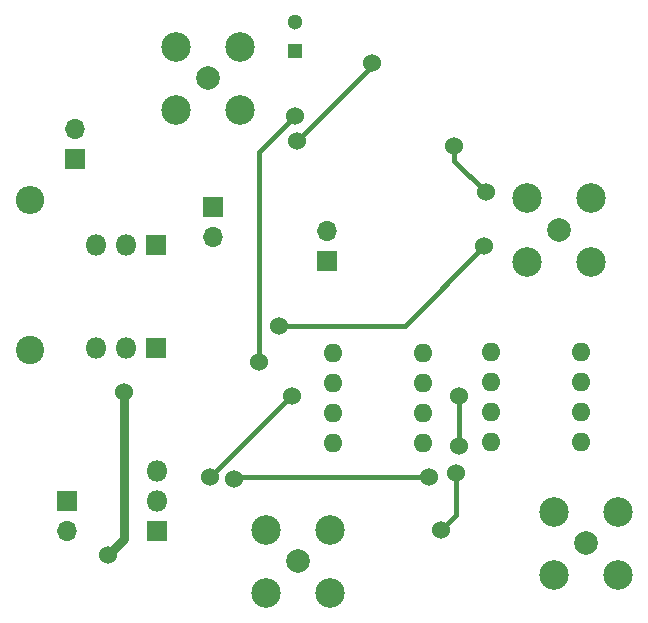
<source format=gbr>
G04 #@! TF.FileFunction,Copper,L2,Bot,Signal*
%FSLAX46Y46*%
G04 Gerber Fmt 4.6, Leading zero omitted, Abs format (unit mm)*
G04 Created by KiCad (PCBNEW 4.0.6) date Friday, May 19, 2017 'PMt' 07:05:11 PM*
%MOMM*%
%LPD*%
G01*
G04 APERTURE LIST*
%ADD10C,0.100000*%
%ADD11R,1.300000X1.300000*%
%ADD12C,1.300000*%
%ADD13R,1.700000X1.700000*%
%ADD14O,1.700000X1.700000*%
%ADD15C,1.998980*%
%ADD16C,2.500000*%
%ADD17R,1.800000X1.800000*%
%ADD18O,1.800000X1.800000*%
%ADD19C,2.400000*%
%ADD20O,2.400000X2.400000*%
%ADD21O,1.600000X1.600000*%
%ADD22C,1.524000*%
%ADD23C,0.381000*%
%ADD24C,0.762000*%
%ADD25C,0.457200*%
G04 APERTURE END LIST*
D10*
D11*
X144018000Y-57277000D03*
D12*
X144018000Y-54777000D03*
D13*
X125349000Y-66421000D03*
D14*
X125349000Y-63881000D03*
D15*
X136652000Y-59563000D03*
D16*
X139352020Y-62263020D03*
X133951980Y-62263020D03*
X133951980Y-56862980D03*
X139352020Y-56862980D03*
D13*
X124714000Y-95377000D03*
D14*
X124714000Y-97917000D03*
D13*
X137033000Y-70485000D03*
D14*
X137033000Y-73025000D03*
D13*
X146685000Y-75057000D03*
D14*
X146685000Y-72517000D03*
D17*
X132207000Y-82423000D03*
D18*
X129667000Y-82423000D03*
X127127000Y-82423000D03*
D17*
X132207000Y-73660000D03*
D18*
X129667000Y-73660000D03*
X127127000Y-73660000D03*
D19*
X121539000Y-82550000D03*
D20*
X121539000Y-69850000D03*
D17*
X132334000Y-97917000D03*
D18*
X132334000Y-95377000D03*
X132334000Y-92837000D03*
D15*
X168656000Y-98933000D03*
D16*
X165955980Y-96232980D03*
X171356020Y-96232980D03*
X171356020Y-101633020D03*
X165955980Y-101633020D03*
D15*
X166370000Y-72390000D03*
D16*
X169070020Y-75090020D03*
X163669980Y-75090020D03*
X163669980Y-69689980D03*
X169070020Y-69689980D03*
D15*
X144272000Y-100457000D03*
D16*
X146972020Y-103157020D03*
X141571980Y-103157020D03*
X141571980Y-97756980D03*
X146972020Y-97756980D03*
D21*
X168260038Y-82721340D03*
X168260038Y-85261340D03*
X168260038Y-87801340D03*
X168260038Y-90341340D03*
X160640038Y-90341340D03*
X160640038Y-87801340D03*
X160640038Y-85261340D03*
X160640038Y-82721340D03*
X154813000Y-82804000D03*
X154813000Y-85344000D03*
X154813000Y-87884000D03*
X154813000Y-90424000D03*
X147193000Y-90424000D03*
X147193000Y-87884000D03*
X147193000Y-85344000D03*
X147193000Y-82804000D03*
D22*
X150495000Y-58293000D03*
X144145000Y-64897000D03*
X129540000Y-86106000D03*
X128143000Y-99949000D03*
X138811000Y-93472000D03*
X155321000Y-93345000D03*
X142621000Y-80518000D03*
X160020000Y-73787000D03*
X140970000Y-83566000D03*
X144018000Y-62738000D03*
X156337000Y-97790000D03*
X157607000Y-92964000D03*
X157861000Y-90678000D03*
X157861000Y-86487000D03*
X143764000Y-86487000D03*
X136779000Y-93345000D03*
X160147000Y-69215000D03*
X157480000Y-65278000D03*
D23*
X144145000Y-64897000D02*
X150495000Y-58547000D01*
X150495000Y-58547000D02*
X150495000Y-58293000D01*
D24*
X128143000Y-99949000D02*
X129540000Y-98552000D01*
X129540000Y-98552000D02*
X129540000Y-86106000D01*
D23*
X155321000Y-93345000D02*
X138938000Y-93345000D01*
X138938000Y-93345000D02*
X138811000Y-93472000D01*
D25*
X160020000Y-73787000D02*
X153289000Y-80518000D01*
X153289000Y-80518000D02*
X142621000Y-80518000D01*
X144018000Y-62738000D02*
X140970000Y-65786000D01*
X140970000Y-65786000D02*
X140970000Y-83566000D01*
X157607000Y-92964000D02*
X157607000Y-96520000D01*
X157607000Y-96520000D02*
X156337000Y-97790000D01*
X157861000Y-86487000D02*
X157861000Y-90678000D01*
X136779000Y-93345000D02*
X143637000Y-86487000D01*
X143637000Y-86487000D02*
X143764000Y-86487000D01*
X160147000Y-69215000D02*
X157480000Y-66548000D01*
X157480000Y-66548000D02*
X157480000Y-65278000D01*
M02*

</source>
